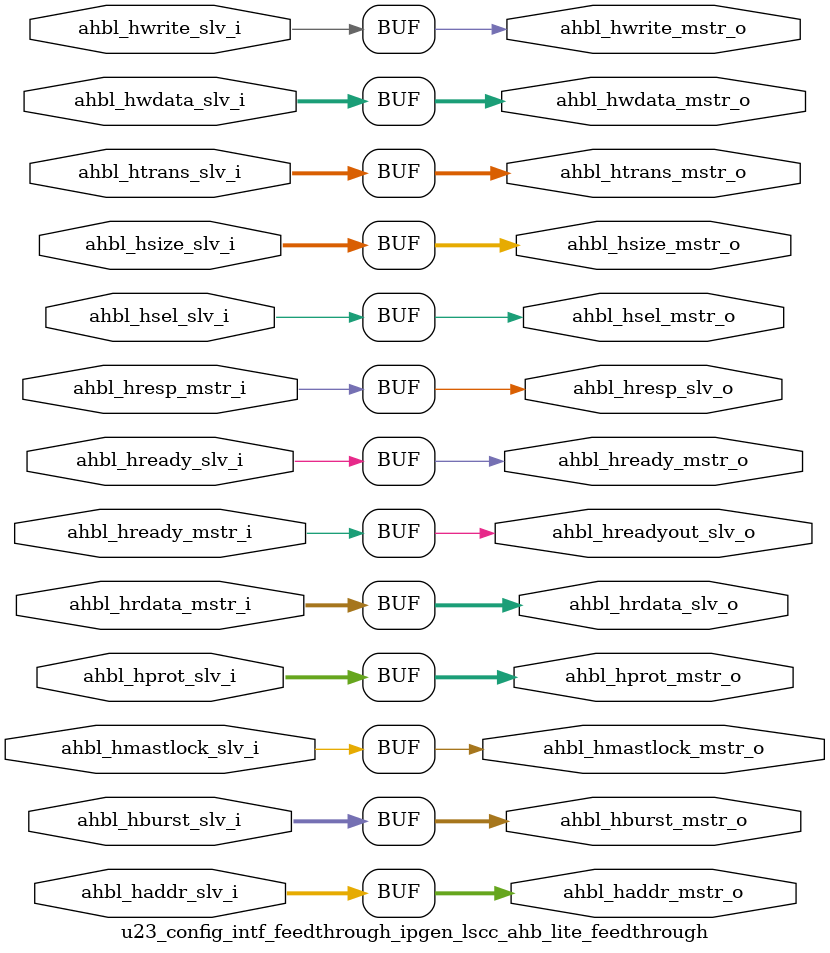
<source format=v>

/*******************************************************************************
    Verilog netlist generated by IPGEN Lattice Propel (64-bit)
    2024.2.2410282205
    Soft IP Version: 1.0.0
    2024 11 06 17:00:59
*******************************************************************************/
/*******************************************************************************
    Wrapper Module generated per user settings.
*******************************************************************************/
(* ORIG_MODULE_NAME="u23_config_intf_feedthrough", LATTICE_IP_GENERATED="1" *) module u23_config_intf_feedthrough (ahbl_hsel_slv_i, 
        ahbl_haddr_slv_i, 
        ahbl_hburst_slv_i, 
        ahbl_hsize_slv_i, 
        ahbl_hmastlock_slv_i, 
        ahbl_hprot_slv_i, 
        ahbl_htrans_slv_i, 
        ahbl_hwdata_slv_i, 
        ahbl_hwrite_slv_i, 
        ahbl_hready_slv_i, 
        ahbl_hreadyout_slv_o, 
        ahbl_hresp_slv_o, 
        ahbl_hrdata_slv_o, 
        ahbl_hsel_mstr_o, 
        ahbl_haddr_mstr_o, 
        ahbl_hburst_mstr_o, 
        ahbl_hsize_mstr_o, 
        ahbl_hmastlock_mstr_o, 
        ahbl_hprot_mstr_o, 
        ahbl_htrans_mstr_o, 
        ahbl_hwdata_mstr_o, 
        ahbl_hwrite_mstr_o, 
        ahbl_hready_mstr_o, 
        ahbl_hready_mstr_i, 
        ahbl_hresp_mstr_i, 
        ahbl_hrdata_mstr_i) ;
    input ahbl_hsel_slv_i ; 
    input [16:0] ahbl_haddr_slv_i ; 
    input [2:0] ahbl_hburst_slv_i ; 
    input [2:0] ahbl_hsize_slv_i ; 
    input ahbl_hmastlock_slv_i ; 
    input [3:0] ahbl_hprot_slv_i ; 
    input [1:0] ahbl_htrans_slv_i ; 
    input [31:0] ahbl_hwdata_slv_i ; 
    input ahbl_hwrite_slv_i ; 
    input ahbl_hready_slv_i ; 
    output ahbl_hreadyout_slv_o ; 
    output ahbl_hresp_slv_o ; 
    output [31:0] ahbl_hrdata_slv_o ; 
    output ahbl_hsel_mstr_o ; 
    output [16:0] ahbl_haddr_mstr_o ; 
    output [2:0] ahbl_hburst_mstr_o ; 
    output [2:0] ahbl_hsize_mstr_o ; 
    output ahbl_hmastlock_mstr_o ; 
    output [3:0] ahbl_hprot_mstr_o ; 
    output [1:0] ahbl_htrans_mstr_o ; 
    output [31:0] ahbl_hwdata_mstr_o ; 
    output ahbl_hwrite_mstr_o ; 
    output ahbl_hready_mstr_o ; 
    input ahbl_hready_mstr_i ; 
    input ahbl_hresp_mstr_i ; 
    input [31:0] ahbl_hrdata_mstr_i ; 
    u23_config_intf_feedthrough_ipgen_lscc_ahb_lite_feedthrough #(.M_ADDR_WIDTH(17),
            .DATA_WIDTH(32)) lscc_ahb_lite_feedthrough_inst (.ahbl_hsel_slv_i(ahbl_hsel_slv_i), 
                .ahbl_haddr_slv_i(ahbl_haddr_slv_i[16:0]), 
                .ahbl_hburst_slv_i(ahbl_hburst_slv_i[2:0]), 
                .ahbl_hsize_slv_i(ahbl_hsize_slv_i[2:0]), 
                .ahbl_hmastlock_slv_i(ahbl_hmastlock_slv_i), 
                .ahbl_hprot_slv_i(ahbl_hprot_slv_i[3:0]), 
                .ahbl_htrans_slv_i(ahbl_htrans_slv_i[1:0]), 
                .ahbl_hwdata_slv_i(ahbl_hwdata_slv_i[31:0]), 
                .ahbl_hwrite_slv_i(ahbl_hwrite_slv_i), 
                .ahbl_hready_slv_i(ahbl_hready_slv_i), 
                .ahbl_hreadyout_slv_o(ahbl_hreadyout_slv_o), 
                .ahbl_hresp_slv_o(ahbl_hresp_slv_o), 
                .ahbl_hrdata_slv_o(ahbl_hrdata_slv_o[31:0]), 
                .ahbl_hsel_mstr_o(ahbl_hsel_mstr_o), 
                .ahbl_haddr_mstr_o(ahbl_haddr_mstr_o[16:0]), 
                .ahbl_hburst_mstr_o(ahbl_hburst_mstr_o[2:0]), 
                .ahbl_hsize_mstr_o(ahbl_hsize_mstr_o[2:0]), 
                .ahbl_hmastlock_mstr_o(ahbl_hmastlock_mstr_o), 
                .ahbl_hprot_mstr_o(ahbl_hprot_mstr_o[3:0]), 
                .ahbl_htrans_mstr_o(ahbl_htrans_mstr_o[1:0]), 
                .ahbl_hwdata_mstr_o(ahbl_hwdata_mstr_o[31:0]), 
                .ahbl_hwrite_mstr_o(ahbl_hwrite_mstr_o), 
                .ahbl_hready_mstr_o(ahbl_hready_mstr_o), 
                .ahbl_hready_mstr_i(ahbl_hready_mstr_i), 
                .ahbl_hresp_mstr_i(ahbl_hresp_mstr_i), 
                .ahbl_hrdata_mstr_i(ahbl_hrdata_mstr_i[31:0])) ; 
endmodule



`timescale 1ns/1ps
// =============================================================================
// >>>>>>>>>>>>>>>>>>>>>>>>> COPYRIGHT NOTICE <<<<<<<<<<<<<<<<<<<<<<<<<<<<<<<<<<
// -----------------------------------------------------------------------------
//   Copyright (c) 2022 by Lattice Semiconductor Corporation
//   ALL RIGHTS RESERVED
// -----------------------------------------------------------------------------
//
//   Permission:
//
//      Lattice SG Pte. Ltd. grants permission to use this code
//      pursuant to the terms of the Lattice Reference Design License Agreement.
//
//
//   Disclaimer:
//
//      This VHDL or Verilog source code is intended as a design reference
//      which illustrates how these types of functions can be implemented.
//      It is the user's responsibility to verify their design for
//      consistency and functionality through the use of formal
//      verification methods.  Lattice provides no warranty
//      regarding the use or functionality of this code.
//
// -----------------------------------------------------------------------------
//
//                  Lattice SG Pte. Ltd.
//                  101 Thomson Road, United Square #07-02
//                  Singapore 307591
//
//
//                  TEL: 1-800-Lattice (USA and Canada)
//                       +65-6631-2000 (Singapore)
//                       +1-503-268-8001 (other locations)
//
//                  web: http://www.latticesemi.com/
//                  email: techsupport@latticesemi.com
//
// -----------------------------------------------------------------------------
//
// =============================================================================
//                         FILE DETAILS
// Project               :
// File                  : lscc_apb_feedthrough.v
// Title                 :
// Dependencies          : 1.
//                       : 2.
// Description           : Provides address map for master or memory map for slave.
//                         This is useful for exporting bus interfaces
// =============================================================================
//                        REVISION HISTORY
// Version               : 1.0.0
// Author(s)             :
// Mod. Date             :
// Changes Made          : Initial release.
// =============================================================================
module u23_config_intf_feedthrough_ipgen_lscc_ahb_lite_feedthrough #(parameter M_ADDR_WIDTH = 32, 
        parameter DATA_WIDTH = 32) (
    // -----------------------------------------------------------------------------
    // Module Parameters
    // -----------------------------------------------------------------------------
    // Propel has special purpose for M_ADDR_WIDTH in bridges 
    // ------------------------------------------------------------------------------
    // Input/Output Ports
    // ------------------------------------------------------------------------------
    //----------------------------
    // AHB-Lite Slave Interface 
    //----------------------------
    input ahbl_hsel_slv_i, 
    input [(M_ADDR_WIDTH - 1):0] ahbl_haddr_slv_i, 
    input [2:0] ahbl_hburst_slv_i, 
    input [2:0] ahbl_hsize_slv_i, 
    input ahbl_hmastlock_slv_i, 
    input [3:0] ahbl_hprot_slv_i, 
    input [1:0] ahbl_htrans_slv_i, 
    input [(DATA_WIDTH - 1):0] ahbl_hwdata_slv_i, 
    input ahbl_hwrite_slv_i, 
    input ahbl_hready_slv_i, 
    output ahbl_hreadyout_slv_o, 
    output ahbl_hresp_slv_o, 
    output [(DATA_WIDTH - 1):0] ahbl_hrdata_slv_o, 
    // -----------------------------------------
    // AHB-Lite Master Interface
    // -----------------------------------------
    output ahbl_hsel_mstr_o, 
    output [(M_ADDR_WIDTH - 1):0] ahbl_haddr_mstr_o, 
    output [2:0] ahbl_hburst_mstr_o, 
    output [2:0] ahbl_hsize_mstr_o, 
    output ahbl_hmastlock_mstr_o, 
    output [3:0] ahbl_hprot_mstr_o, 
    output [1:0] ahbl_htrans_mstr_o, 
    output [(DATA_WIDTH - 1):0] ahbl_hwdata_mstr_o, 
    output ahbl_hwrite_mstr_o, 
    output ahbl_hready_mstr_o, 
    input ahbl_hready_mstr_i, 
    input ahbl_hresp_mstr_i, 
    input [(DATA_WIDTH - 1):0] ahbl_hrdata_mstr_i) ;
    assign ahbl_hsel_mstr_o = ahbl_hsel_slv_i ; 
    assign ahbl_haddr_mstr_o = ahbl_haddr_slv_i ; 
    assign ahbl_hburst_mstr_o = ahbl_hburst_slv_i ; 
    assign ahbl_hsize_mstr_o = ahbl_hsize_slv_i ; 
    assign ahbl_hmastlock_mstr_o = ahbl_hmastlock_slv_i ; 
    assign ahbl_hprot_mstr_o = ahbl_hprot_slv_i ; 
    assign ahbl_htrans_mstr_o = ahbl_htrans_slv_i ; 
    assign ahbl_hwdata_mstr_o = ahbl_hwdata_slv_i ; 
    assign ahbl_hwrite_mstr_o = ahbl_hwrite_slv_i ; 
    assign ahbl_hready_mstr_o = ahbl_hready_slv_i ; 
    assign ahbl_hreadyout_slv_o = ahbl_hready_mstr_i ; 
    assign ahbl_hresp_slv_o = ahbl_hresp_mstr_i ; 
    assign ahbl_hrdata_slv_o = ahbl_hrdata_mstr_i ; 
endmodule



</source>
